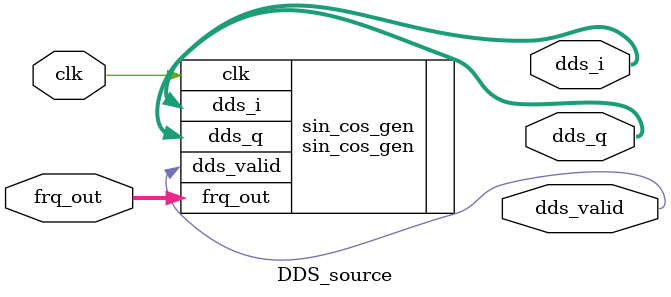
<source format=v>
`timescale 1ns / 1ps

module DDS_source(
    input clk,
    input [31:0] frq_out,
    output signed [8*16-1:0] dds_i,
    output signed [8*16-1:0] dds_q,
    output dds_valid
    );
	
	 sin_cos_gen sin_cos_gen(
	 .clk(clk),
	 .frq_out(frq_out),
	 .dds_i(dds_i),
	 .dds_q(dds_q),
	 .dds_valid(dds_valid)
	 );
	 
	 
	 
	 
    //DDS_com_wrap DDS_com_wrap(
    //    .clk(clk), 
    //    .frq_valid(|frq), 
    //    .frq(frq), 
    //    .out_valid(val), 
    //    .sin_out(sin_out),
    //    .cos_out(cos_out)
    //    );
  

endmodule

</source>
